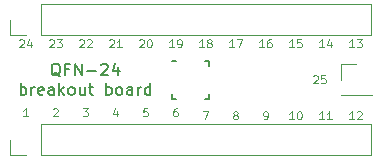
<source format=gto>
G04 #@! TF.GenerationSoftware,KiCad,Pcbnew,(5.1.4-6-g300381ba4)-1*
G04 #@! TF.CreationDate,2019-11-22T10:46:46+00:00*
G04 #@! TF.ProjectId,qfn-24-breakout,71666e2d-3234-42d6-9272-65616b6f7574,rev?*
G04 #@! TF.SameCoordinates,Original*
G04 #@! TF.FileFunction,Legend,Top*
G04 #@! TF.FilePolarity,Positive*
%FSLAX46Y46*%
G04 Gerber Fmt 4.6, Leading zero omitted, Abs format (unit mm)*
G04 Created by KiCad (PCBNEW (5.1.4-6-g300381ba4)-1) date 2019-11-22 10:46:46*
%MOMM*%
%LPD*%
G04 APERTURE LIST*
%ADD10C,0.100000*%
%ADD11C,0.150000*%
%ADD12C,0.120000*%
G04 APERTURE END LIST*
D10*
X202158666Y-73343333D02*
X202192000Y-73310000D01*
X202258666Y-73276666D01*
X202425333Y-73276666D01*
X202492000Y-73310000D01*
X202525333Y-73343333D01*
X202558666Y-73410000D01*
X202558666Y-73476666D01*
X202525333Y-73576666D01*
X202125333Y-73976666D01*
X202558666Y-73976666D01*
X203192000Y-73276666D02*
X202858666Y-73276666D01*
X202825333Y-73610000D01*
X202858666Y-73576666D01*
X202925333Y-73543333D01*
X203092000Y-73543333D01*
X203158666Y-73576666D01*
X203192000Y-73610000D01*
X203225333Y-73676666D01*
X203225333Y-73843333D01*
X203192000Y-73910000D01*
X203158666Y-73943333D01*
X203092000Y-73976666D01*
X202925333Y-73976666D01*
X202858666Y-73943333D01*
X202825333Y-73910000D01*
X177266666Y-70295333D02*
X177300000Y-70262000D01*
X177366666Y-70228666D01*
X177533333Y-70228666D01*
X177600000Y-70262000D01*
X177633333Y-70295333D01*
X177666666Y-70362000D01*
X177666666Y-70428666D01*
X177633333Y-70528666D01*
X177233333Y-70928666D01*
X177666666Y-70928666D01*
X178266666Y-70462000D02*
X178266666Y-70928666D01*
X178100000Y-70195333D02*
X177933333Y-70695333D01*
X178366666Y-70695333D01*
X179806666Y-70295333D02*
X179840000Y-70262000D01*
X179906666Y-70228666D01*
X180073333Y-70228666D01*
X180140000Y-70262000D01*
X180173333Y-70295333D01*
X180206666Y-70362000D01*
X180206666Y-70428666D01*
X180173333Y-70528666D01*
X179773333Y-70928666D01*
X180206666Y-70928666D01*
X180440000Y-70228666D02*
X180873333Y-70228666D01*
X180640000Y-70495333D01*
X180740000Y-70495333D01*
X180806666Y-70528666D01*
X180840000Y-70562000D01*
X180873333Y-70628666D01*
X180873333Y-70795333D01*
X180840000Y-70862000D01*
X180806666Y-70895333D01*
X180740000Y-70928666D01*
X180540000Y-70928666D01*
X180473333Y-70895333D01*
X180440000Y-70862000D01*
X182346666Y-70295333D02*
X182380000Y-70262000D01*
X182446666Y-70228666D01*
X182613333Y-70228666D01*
X182680000Y-70262000D01*
X182713333Y-70295333D01*
X182746666Y-70362000D01*
X182746666Y-70428666D01*
X182713333Y-70528666D01*
X182313333Y-70928666D01*
X182746666Y-70928666D01*
X183013333Y-70295333D02*
X183046666Y-70262000D01*
X183113333Y-70228666D01*
X183280000Y-70228666D01*
X183346666Y-70262000D01*
X183380000Y-70295333D01*
X183413333Y-70362000D01*
X183413333Y-70428666D01*
X183380000Y-70528666D01*
X182980000Y-70928666D01*
X183413333Y-70928666D01*
X184886666Y-70295333D02*
X184920000Y-70262000D01*
X184986666Y-70228666D01*
X185153333Y-70228666D01*
X185220000Y-70262000D01*
X185253333Y-70295333D01*
X185286666Y-70362000D01*
X185286666Y-70428666D01*
X185253333Y-70528666D01*
X184853333Y-70928666D01*
X185286666Y-70928666D01*
X185953333Y-70928666D02*
X185553333Y-70928666D01*
X185753333Y-70928666D02*
X185753333Y-70228666D01*
X185686666Y-70328666D01*
X185620000Y-70395333D01*
X185553333Y-70428666D01*
X187426666Y-70295333D02*
X187460000Y-70262000D01*
X187526666Y-70228666D01*
X187693333Y-70228666D01*
X187760000Y-70262000D01*
X187793333Y-70295333D01*
X187826666Y-70362000D01*
X187826666Y-70428666D01*
X187793333Y-70528666D01*
X187393333Y-70928666D01*
X187826666Y-70928666D01*
X188260000Y-70228666D02*
X188326666Y-70228666D01*
X188393333Y-70262000D01*
X188426666Y-70295333D01*
X188460000Y-70362000D01*
X188493333Y-70495333D01*
X188493333Y-70662000D01*
X188460000Y-70795333D01*
X188426666Y-70862000D01*
X188393333Y-70895333D01*
X188326666Y-70928666D01*
X188260000Y-70928666D01*
X188193333Y-70895333D01*
X188160000Y-70862000D01*
X188126666Y-70795333D01*
X188093333Y-70662000D01*
X188093333Y-70495333D01*
X188126666Y-70362000D01*
X188160000Y-70295333D01*
X188193333Y-70262000D01*
X188260000Y-70228666D01*
X190366666Y-70928666D02*
X189966666Y-70928666D01*
X190166666Y-70928666D02*
X190166666Y-70228666D01*
X190100000Y-70328666D01*
X190033333Y-70395333D01*
X189966666Y-70428666D01*
X190700000Y-70928666D02*
X190833333Y-70928666D01*
X190900000Y-70895333D01*
X190933333Y-70862000D01*
X191000000Y-70762000D01*
X191033333Y-70628666D01*
X191033333Y-70362000D01*
X191000000Y-70295333D01*
X190966666Y-70262000D01*
X190900000Y-70228666D01*
X190766666Y-70228666D01*
X190700000Y-70262000D01*
X190666666Y-70295333D01*
X190633333Y-70362000D01*
X190633333Y-70528666D01*
X190666666Y-70595333D01*
X190700000Y-70628666D01*
X190766666Y-70662000D01*
X190900000Y-70662000D01*
X190966666Y-70628666D01*
X191000000Y-70595333D01*
X191033333Y-70528666D01*
X192906666Y-70928666D02*
X192506666Y-70928666D01*
X192706666Y-70928666D02*
X192706666Y-70228666D01*
X192640000Y-70328666D01*
X192573333Y-70395333D01*
X192506666Y-70428666D01*
X193306666Y-70528666D02*
X193240000Y-70495333D01*
X193206666Y-70462000D01*
X193173333Y-70395333D01*
X193173333Y-70362000D01*
X193206666Y-70295333D01*
X193240000Y-70262000D01*
X193306666Y-70228666D01*
X193440000Y-70228666D01*
X193506666Y-70262000D01*
X193540000Y-70295333D01*
X193573333Y-70362000D01*
X193573333Y-70395333D01*
X193540000Y-70462000D01*
X193506666Y-70495333D01*
X193440000Y-70528666D01*
X193306666Y-70528666D01*
X193240000Y-70562000D01*
X193206666Y-70595333D01*
X193173333Y-70662000D01*
X193173333Y-70795333D01*
X193206666Y-70862000D01*
X193240000Y-70895333D01*
X193306666Y-70928666D01*
X193440000Y-70928666D01*
X193506666Y-70895333D01*
X193540000Y-70862000D01*
X193573333Y-70795333D01*
X193573333Y-70662000D01*
X193540000Y-70595333D01*
X193506666Y-70562000D01*
X193440000Y-70528666D01*
X195446666Y-70928666D02*
X195046666Y-70928666D01*
X195246666Y-70928666D02*
X195246666Y-70228666D01*
X195180000Y-70328666D01*
X195113333Y-70395333D01*
X195046666Y-70428666D01*
X195680000Y-70228666D02*
X196146666Y-70228666D01*
X195846666Y-70928666D01*
X197986666Y-70928666D02*
X197586666Y-70928666D01*
X197786666Y-70928666D02*
X197786666Y-70228666D01*
X197720000Y-70328666D01*
X197653333Y-70395333D01*
X197586666Y-70428666D01*
X198586666Y-70228666D02*
X198453333Y-70228666D01*
X198386666Y-70262000D01*
X198353333Y-70295333D01*
X198286666Y-70395333D01*
X198253333Y-70528666D01*
X198253333Y-70795333D01*
X198286666Y-70862000D01*
X198320000Y-70895333D01*
X198386666Y-70928666D01*
X198520000Y-70928666D01*
X198586666Y-70895333D01*
X198620000Y-70862000D01*
X198653333Y-70795333D01*
X198653333Y-70628666D01*
X198620000Y-70562000D01*
X198586666Y-70528666D01*
X198520000Y-70495333D01*
X198386666Y-70495333D01*
X198320000Y-70528666D01*
X198286666Y-70562000D01*
X198253333Y-70628666D01*
X200526666Y-70928666D02*
X200126666Y-70928666D01*
X200326666Y-70928666D02*
X200326666Y-70228666D01*
X200260000Y-70328666D01*
X200193333Y-70395333D01*
X200126666Y-70428666D01*
X201160000Y-70228666D02*
X200826666Y-70228666D01*
X200793333Y-70562000D01*
X200826666Y-70528666D01*
X200893333Y-70495333D01*
X201060000Y-70495333D01*
X201126666Y-70528666D01*
X201160000Y-70562000D01*
X201193333Y-70628666D01*
X201193333Y-70795333D01*
X201160000Y-70862000D01*
X201126666Y-70895333D01*
X201060000Y-70928666D01*
X200893333Y-70928666D01*
X200826666Y-70895333D01*
X200793333Y-70862000D01*
X203066666Y-70928666D02*
X202666666Y-70928666D01*
X202866666Y-70928666D02*
X202866666Y-70228666D01*
X202800000Y-70328666D01*
X202733333Y-70395333D01*
X202666666Y-70428666D01*
X203666666Y-70462000D02*
X203666666Y-70928666D01*
X203500000Y-70195333D02*
X203333333Y-70695333D01*
X203766666Y-70695333D01*
X205606666Y-70928666D02*
X205206666Y-70928666D01*
X205406666Y-70928666D02*
X205406666Y-70228666D01*
X205340000Y-70328666D01*
X205273333Y-70395333D01*
X205206666Y-70428666D01*
X205840000Y-70228666D02*
X206273333Y-70228666D01*
X206040000Y-70495333D01*
X206140000Y-70495333D01*
X206206666Y-70528666D01*
X206240000Y-70562000D01*
X206273333Y-70628666D01*
X206273333Y-70795333D01*
X206240000Y-70862000D01*
X206206666Y-70895333D01*
X206140000Y-70928666D01*
X205940000Y-70928666D01*
X205873333Y-70895333D01*
X205840000Y-70862000D01*
X205606666Y-77024666D02*
X205206666Y-77024666D01*
X205406666Y-77024666D02*
X205406666Y-76324666D01*
X205340000Y-76424666D01*
X205273333Y-76491333D01*
X205206666Y-76524666D01*
X205873333Y-76391333D02*
X205906666Y-76358000D01*
X205973333Y-76324666D01*
X206140000Y-76324666D01*
X206206666Y-76358000D01*
X206240000Y-76391333D01*
X206273333Y-76458000D01*
X206273333Y-76524666D01*
X206240000Y-76624666D01*
X205840000Y-77024666D01*
X206273333Y-77024666D01*
X203066666Y-77024666D02*
X202666666Y-77024666D01*
X202866666Y-77024666D02*
X202866666Y-76324666D01*
X202800000Y-76424666D01*
X202733333Y-76491333D01*
X202666666Y-76524666D01*
X203733333Y-77024666D02*
X203333333Y-77024666D01*
X203533333Y-77024666D02*
X203533333Y-76324666D01*
X203466666Y-76424666D01*
X203400000Y-76491333D01*
X203333333Y-76524666D01*
X200526666Y-77024666D02*
X200126666Y-77024666D01*
X200326666Y-77024666D02*
X200326666Y-76324666D01*
X200260000Y-76424666D01*
X200193333Y-76491333D01*
X200126666Y-76524666D01*
X200960000Y-76324666D02*
X201026666Y-76324666D01*
X201093333Y-76358000D01*
X201126666Y-76391333D01*
X201160000Y-76458000D01*
X201193333Y-76591333D01*
X201193333Y-76758000D01*
X201160000Y-76891333D01*
X201126666Y-76958000D01*
X201093333Y-76991333D01*
X201026666Y-77024666D01*
X200960000Y-77024666D01*
X200893333Y-76991333D01*
X200860000Y-76958000D01*
X200826666Y-76891333D01*
X200793333Y-76758000D01*
X200793333Y-76591333D01*
X200826666Y-76458000D01*
X200860000Y-76391333D01*
X200893333Y-76358000D01*
X200960000Y-76324666D01*
X197986666Y-77024666D02*
X198120000Y-77024666D01*
X198186666Y-76991333D01*
X198220000Y-76958000D01*
X198286666Y-76858000D01*
X198320000Y-76724666D01*
X198320000Y-76458000D01*
X198286666Y-76391333D01*
X198253333Y-76358000D01*
X198186666Y-76324666D01*
X198053333Y-76324666D01*
X197986666Y-76358000D01*
X197953333Y-76391333D01*
X197920000Y-76458000D01*
X197920000Y-76624666D01*
X197953333Y-76691333D01*
X197986666Y-76724666D01*
X198053333Y-76758000D01*
X198186666Y-76758000D01*
X198253333Y-76724666D01*
X198286666Y-76691333D01*
X198320000Y-76624666D01*
X195513333Y-76624666D02*
X195446666Y-76591333D01*
X195413333Y-76558000D01*
X195380000Y-76491333D01*
X195380000Y-76458000D01*
X195413333Y-76391333D01*
X195446666Y-76358000D01*
X195513333Y-76324666D01*
X195646666Y-76324666D01*
X195713333Y-76358000D01*
X195746666Y-76391333D01*
X195780000Y-76458000D01*
X195780000Y-76491333D01*
X195746666Y-76558000D01*
X195713333Y-76591333D01*
X195646666Y-76624666D01*
X195513333Y-76624666D01*
X195446666Y-76658000D01*
X195413333Y-76691333D01*
X195380000Y-76758000D01*
X195380000Y-76891333D01*
X195413333Y-76958000D01*
X195446666Y-76991333D01*
X195513333Y-77024666D01*
X195646666Y-77024666D01*
X195713333Y-76991333D01*
X195746666Y-76958000D01*
X195780000Y-76891333D01*
X195780000Y-76758000D01*
X195746666Y-76691333D01*
X195713333Y-76658000D01*
X195646666Y-76624666D01*
X192806666Y-76324666D02*
X193273333Y-76324666D01*
X192973333Y-77024666D01*
X190633333Y-76070666D02*
X190500000Y-76070666D01*
X190433333Y-76104000D01*
X190400000Y-76137333D01*
X190333333Y-76237333D01*
X190300000Y-76370666D01*
X190300000Y-76637333D01*
X190333333Y-76704000D01*
X190366666Y-76737333D01*
X190433333Y-76770666D01*
X190566666Y-76770666D01*
X190633333Y-76737333D01*
X190666666Y-76704000D01*
X190700000Y-76637333D01*
X190700000Y-76470666D01*
X190666666Y-76404000D01*
X190633333Y-76370666D01*
X190566666Y-76337333D01*
X190433333Y-76337333D01*
X190366666Y-76370666D01*
X190333333Y-76404000D01*
X190300000Y-76470666D01*
X188126666Y-76070666D02*
X187793333Y-76070666D01*
X187760000Y-76404000D01*
X187793333Y-76370666D01*
X187860000Y-76337333D01*
X188026666Y-76337333D01*
X188093333Y-76370666D01*
X188126666Y-76404000D01*
X188160000Y-76470666D01*
X188160000Y-76637333D01*
X188126666Y-76704000D01*
X188093333Y-76737333D01*
X188026666Y-76770666D01*
X187860000Y-76770666D01*
X187793333Y-76737333D01*
X187760000Y-76704000D01*
X185553333Y-76304000D02*
X185553333Y-76770666D01*
X185386666Y-76037333D02*
X185220000Y-76537333D01*
X185653333Y-76537333D01*
X182646666Y-76070666D02*
X183080000Y-76070666D01*
X182846666Y-76337333D01*
X182946666Y-76337333D01*
X183013333Y-76370666D01*
X183046666Y-76404000D01*
X183080000Y-76470666D01*
X183080000Y-76637333D01*
X183046666Y-76704000D01*
X183013333Y-76737333D01*
X182946666Y-76770666D01*
X182746666Y-76770666D01*
X182680000Y-76737333D01*
X182646666Y-76704000D01*
X180140000Y-76137333D02*
X180173333Y-76104000D01*
X180240000Y-76070666D01*
X180406666Y-76070666D01*
X180473333Y-76104000D01*
X180506666Y-76137333D01*
X180540000Y-76204000D01*
X180540000Y-76270666D01*
X180506666Y-76370666D01*
X180106666Y-76770666D01*
X180540000Y-76770666D01*
X178000000Y-76770666D02*
X177600000Y-76770666D01*
X177800000Y-76770666D02*
X177800000Y-76070666D01*
X177733333Y-76170666D01*
X177666666Y-76237333D01*
X177600000Y-76270666D01*
D11*
X180737142Y-73382619D02*
X180641904Y-73335000D01*
X180546666Y-73239761D01*
X180403809Y-73096904D01*
X180308571Y-73049285D01*
X180213333Y-73049285D01*
X180260952Y-73287380D02*
X180165714Y-73239761D01*
X180070476Y-73144523D01*
X180022857Y-72954047D01*
X180022857Y-72620714D01*
X180070476Y-72430238D01*
X180165714Y-72335000D01*
X180260952Y-72287380D01*
X180451428Y-72287380D01*
X180546666Y-72335000D01*
X180641904Y-72430238D01*
X180689523Y-72620714D01*
X180689523Y-72954047D01*
X180641904Y-73144523D01*
X180546666Y-73239761D01*
X180451428Y-73287380D01*
X180260952Y-73287380D01*
X181451428Y-72763571D02*
X181118095Y-72763571D01*
X181118095Y-73287380D02*
X181118095Y-72287380D01*
X181594285Y-72287380D01*
X181975238Y-73287380D02*
X181975238Y-72287380D01*
X182546666Y-73287380D01*
X182546666Y-72287380D01*
X183022857Y-72906428D02*
X183784761Y-72906428D01*
X184213333Y-72382619D02*
X184260952Y-72335000D01*
X184356190Y-72287380D01*
X184594285Y-72287380D01*
X184689523Y-72335000D01*
X184737142Y-72382619D01*
X184784761Y-72477857D01*
X184784761Y-72573095D01*
X184737142Y-72715952D01*
X184165714Y-73287380D01*
X184784761Y-73287380D01*
X185641904Y-72620714D02*
X185641904Y-73287380D01*
X185403809Y-72239761D02*
X185165714Y-72954047D01*
X185784761Y-72954047D01*
X177380000Y-74937380D02*
X177380000Y-73937380D01*
X177380000Y-74318333D02*
X177475238Y-74270714D01*
X177665714Y-74270714D01*
X177760952Y-74318333D01*
X177808571Y-74365952D01*
X177856190Y-74461190D01*
X177856190Y-74746904D01*
X177808571Y-74842142D01*
X177760952Y-74889761D01*
X177665714Y-74937380D01*
X177475238Y-74937380D01*
X177380000Y-74889761D01*
X178284761Y-74937380D02*
X178284761Y-74270714D01*
X178284761Y-74461190D02*
X178332380Y-74365952D01*
X178380000Y-74318333D01*
X178475238Y-74270714D01*
X178570476Y-74270714D01*
X179284761Y-74889761D02*
X179189523Y-74937380D01*
X178999047Y-74937380D01*
X178903809Y-74889761D01*
X178856190Y-74794523D01*
X178856190Y-74413571D01*
X178903809Y-74318333D01*
X178999047Y-74270714D01*
X179189523Y-74270714D01*
X179284761Y-74318333D01*
X179332380Y-74413571D01*
X179332380Y-74508809D01*
X178856190Y-74604047D01*
X180189523Y-74937380D02*
X180189523Y-74413571D01*
X180141904Y-74318333D01*
X180046666Y-74270714D01*
X179856190Y-74270714D01*
X179760952Y-74318333D01*
X180189523Y-74889761D02*
X180094285Y-74937380D01*
X179856190Y-74937380D01*
X179760952Y-74889761D01*
X179713333Y-74794523D01*
X179713333Y-74699285D01*
X179760952Y-74604047D01*
X179856190Y-74556428D01*
X180094285Y-74556428D01*
X180189523Y-74508809D01*
X180665714Y-74937380D02*
X180665714Y-73937380D01*
X180760952Y-74556428D02*
X181046666Y-74937380D01*
X181046666Y-74270714D02*
X180665714Y-74651666D01*
X181618095Y-74937380D02*
X181522857Y-74889761D01*
X181475238Y-74842142D01*
X181427619Y-74746904D01*
X181427619Y-74461190D01*
X181475238Y-74365952D01*
X181522857Y-74318333D01*
X181618095Y-74270714D01*
X181760952Y-74270714D01*
X181856190Y-74318333D01*
X181903809Y-74365952D01*
X181951428Y-74461190D01*
X181951428Y-74746904D01*
X181903809Y-74842142D01*
X181856190Y-74889761D01*
X181760952Y-74937380D01*
X181618095Y-74937380D01*
X182808571Y-74270714D02*
X182808571Y-74937380D01*
X182380000Y-74270714D02*
X182380000Y-74794523D01*
X182427619Y-74889761D01*
X182522857Y-74937380D01*
X182665714Y-74937380D01*
X182760952Y-74889761D01*
X182808571Y-74842142D01*
X183141904Y-74270714D02*
X183522857Y-74270714D01*
X183284761Y-73937380D02*
X183284761Y-74794523D01*
X183332380Y-74889761D01*
X183427619Y-74937380D01*
X183522857Y-74937380D01*
X184618095Y-74937380D02*
X184618095Y-73937380D01*
X184618095Y-74318333D02*
X184713333Y-74270714D01*
X184903809Y-74270714D01*
X184999047Y-74318333D01*
X185046666Y-74365952D01*
X185094285Y-74461190D01*
X185094285Y-74746904D01*
X185046666Y-74842142D01*
X184999047Y-74889761D01*
X184903809Y-74937380D01*
X184713333Y-74937380D01*
X184618095Y-74889761D01*
X185665714Y-74937380D02*
X185570476Y-74889761D01*
X185522857Y-74842142D01*
X185475238Y-74746904D01*
X185475238Y-74461190D01*
X185522857Y-74365952D01*
X185570476Y-74318333D01*
X185665714Y-74270714D01*
X185808571Y-74270714D01*
X185903809Y-74318333D01*
X185951428Y-74365952D01*
X185999047Y-74461190D01*
X185999047Y-74746904D01*
X185951428Y-74842142D01*
X185903809Y-74889761D01*
X185808571Y-74937380D01*
X185665714Y-74937380D01*
X186856190Y-74937380D02*
X186856190Y-74413571D01*
X186808571Y-74318333D01*
X186713333Y-74270714D01*
X186522857Y-74270714D01*
X186427619Y-74318333D01*
X186856190Y-74889761D02*
X186760952Y-74937380D01*
X186522857Y-74937380D01*
X186427619Y-74889761D01*
X186380000Y-74794523D01*
X186380000Y-74699285D01*
X186427619Y-74604047D01*
X186522857Y-74556428D01*
X186760952Y-74556428D01*
X186856190Y-74508809D01*
X187332380Y-74937380D02*
X187332380Y-74270714D01*
X187332380Y-74461190D02*
X187380000Y-74365952D01*
X187427619Y-74318333D01*
X187522857Y-74270714D01*
X187618095Y-74270714D01*
X188380000Y-74937380D02*
X188380000Y-73937380D01*
X188380000Y-74889761D02*
X188284761Y-74937380D01*
X188094285Y-74937380D01*
X187999047Y-74889761D01*
X187951428Y-74842142D01*
X187903809Y-74746904D01*
X187903809Y-74461190D01*
X187951428Y-74365952D01*
X187999047Y-74318333D01*
X188094285Y-74270714D01*
X188284761Y-74270714D01*
X188380000Y-74318333D01*
D12*
X204470000Y-74990000D02*
X207130000Y-74990000D01*
X204470000Y-74930000D02*
X204470000Y-74990000D01*
X207130000Y-74930000D02*
X207130000Y-74990000D01*
X204470000Y-74930000D02*
X207130000Y-74930000D01*
X204470000Y-73660000D02*
X204470000Y-72330000D01*
X204470000Y-72330000D02*
X205800000Y-72330000D01*
X176470000Y-80070000D02*
X176470000Y-78740000D01*
X177800000Y-80070000D02*
X176470000Y-80070000D01*
X179070000Y-80070000D02*
X179070000Y-77410000D01*
X179070000Y-77410000D02*
X207070000Y-77410000D01*
X179070000Y-80070000D02*
X207070000Y-80070000D01*
X207070000Y-80070000D02*
X207070000Y-77410000D01*
X207070000Y-69910000D02*
X207070000Y-67250000D01*
X179070000Y-69910000D02*
X207070000Y-69910000D01*
X179070000Y-67250000D02*
X207070000Y-67250000D01*
X179070000Y-69910000D02*
X179070000Y-67250000D01*
X177800000Y-69910000D02*
X176470000Y-69910000D01*
X176470000Y-69910000D02*
X176470000Y-68580000D01*
D11*
X190170000Y-75260000D02*
X190170000Y-74860000D01*
X190170000Y-75260000D02*
X190570000Y-75260000D01*
X193370000Y-75260000D02*
X193370000Y-74860000D01*
X193370000Y-75260000D02*
X192970000Y-75260000D01*
X193370000Y-72060000D02*
X193370000Y-72460000D01*
X193370000Y-72060000D02*
X192970000Y-72060000D01*
X190170000Y-72060000D02*
X190570000Y-72060000D01*
M02*

</source>
